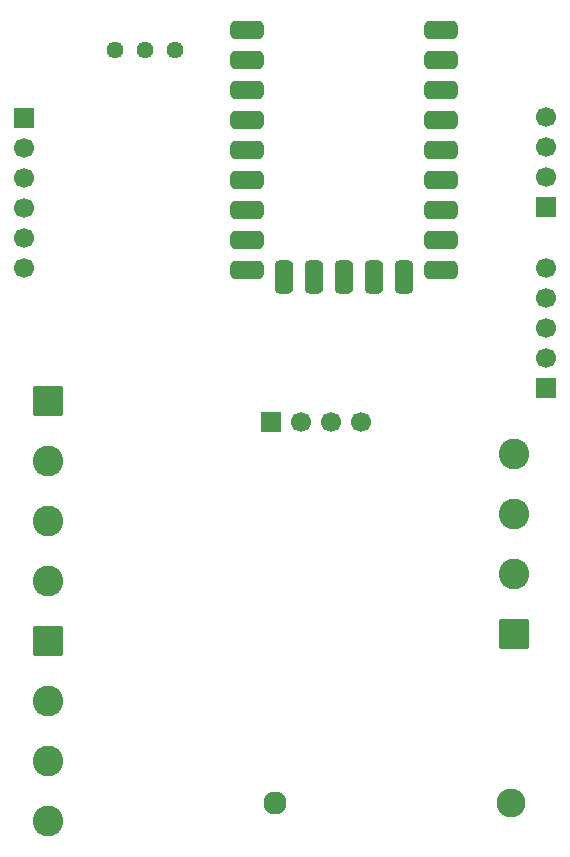
<source format=gbs>
%TF.GenerationSoftware,KiCad,Pcbnew,9.0.2-rc1*%
%TF.CreationDate,2025-05-18T20:42:10-04:00*%
%TF.ProjectId,moonclock,6d6f6f6e-636c-46f6-936b-2e6b69636164,rev?*%
%TF.SameCoordinates,PX7088980PY3920060*%
%TF.FileFunction,Soldermask,Bot*%
%TF.FilePolarity,Negative*%
%FSLAX46Y46*%
G04 Gerber Fmt 4.6, Leading zero omitted, Abs format (unit mm)*
G04 Created by KiCad (PCBNEW 9.0.2-rc1) date 2025-05-18 20:42:10*
%MOMM*%
%LPD*%
G01*
G04 APERTURE LIST*
G04 Aperture macros list*
%AMRoundRect*
0 Rectangle with rounded corners*
0 $1 Rounding radius*
0 $2 $3 $4 $5 $6 $7 $8 $9 X,Y pos of 4 corners*
0 Add a 4 corners polygon primitive as box body*
4,1,4,$2,$3,$4,$5,$6,$7,$8,$9,$2,$3,0*
0 Add four circle primitives for the rounded corners*
1,1,$1+$1,$2,$3*
1,1,$1+$1,$4,$5*
1,1,$1+$1,$6,$7*
1,1,$1+$1,$8,$9*
0 Add four rect primitives between the rounded corners*
20,1,$1+$1,$2,$3,$4,$5,0*
20,1,$1+$1,$4,$5,$6,$7,0*
20,1,$1+$1,$6,$7,$8,$9,0*
20,1,$1+$1,$8,$9,$2,$3,0*%
G04 Aperture macros list end*
%ADD10RoundRect,0.250000X-1.050000X1.050000X-1.050000X-1.050000X1.050000X-1.050000X1.050000X1.050000X0*%
%ADD11C,2.600000*%
%ADD12RoundRect,0.250000X1.050000X-1.050000X1.050000X1.050000X-1.050000X1.050000X-1.050000X-1.050000X0*%
%ADD13C,2.454000*%
%ADD14C,1.959000*%
%ADD15R,1.700000X1.700000*%
%ADD16C,1.700000*%
%ADD17C,1.440000*%
%ADD18RoundRect,0.400000X-1.000000X-0.400000X1.000000X-0.400000X1.000000X0.400000X-1.000000X0.400000X0*%
%ADD19RoundRect,0.400050X-0.999950X-0.400050X0.999950X-0.400050X0.999950X0.400050X-0.999950X0.400050X0*%
%ADD20RoundRect,0.400000X-0.400000X-1.000000X0.400000X-1.000000X0.400000X1.000000X-0.400000X1.000000X0*%
%ADD21RoundRect,0.393700X-0.393700X-1.006300X0.393700X-1.006300X0.393700X1.006300X-0.393700X1.006300X0*%
G04 APERTURE END LIST*
D10*
%TO.C,J4*%
X5077500Y-33480000D03*
D11*
X5077500Y-38560000D03*
X5077500Y-43640000D03*
X5077500Y-48720000D03*
%TD*%
D12*
%TO.C,J5*%
X44500000Y-53180000D03*
D11*
X44500000Y-48100000D03*
X44500000Y-43020000D03*
X44500000Y-37940000D03*
%TD*%
D13*
%TO.C,BT1*%
X44250000Y-67475000D03*
D14*
X24250000Y-67475000D03*
%TD*%
D15*
%TO.C,J6*%
X23940000Y-35250000D03*
D16*
X26480000Y-35250000D03*
X29020000Y-35250000D03*
X31560000Y-35250000D03*
%TD*%
D17*
%TO.C,R1*%
X10710000Y-3755000D03*
X13250000Y-3755000D03*
X15790000Y-3755000D03*
%TD*%
D15*
%TO.C,J7*%
X47250000Y-32330000D03*
D16*
X47250000Y-29790000D03*
X47250000Y-27250000D03*
X47250000Y-24710000D03*
X47250000Y-22170000D03*
%TD*%
D15*
%TO.C,J1*%
X3000000Y-9520000D03*
D16*
X3000000Y-12060000D03*
X3000000Y-14600000D03*
X3000000Y-17140000D03*
X3000000Y-19680000D03*
X3000000Y-22220000D03*
%TD*%
D10*
%TO.C,J3*%
X5077500Y-53800000D03*
D11*
X5077500Y-58880000D03*
X5077500Y-63960000D03*
X5077500Y-69040000D03*
%TD*%
D15*
%TO.C,J2*%
X47250000Y-17060000D03*
D16*
X47250000Y-14520000D03*
X47250000Y-11980000D03*
X47250000Y-9440000D03*
%TD*%
D18*
%TO.C,U1*%
X38365000Y-2015000D03*
X38365000Y-4555000D03*
X38365000Y-7095000D03*
X38365000Y-9635000D03*
X38365000Y-12175000D03*
D19*
X38365000Y-14715000D03*
X38365000Y-17255000D03*
X38365000Y-19795000D03*
X38365000Y-22335000D03*
D20*
X35225000Y-22935000D03*
D21*
X32685000Y-22935000D03*
X30145000Y-22935000D03*
X27605000Y-22935000D03*
X25065000Y-22935000D03*
D19*
X21925000Y-22335000D03*
X21925000Y-19795000D03*
X21925000Y-17255000D03*
X21925000Y-14715000D03*
X21925000Y-12175000D03*
X21925000Y-9635000D03*
X21925000Y-7095000D03*
X21925000Y-4555000D03*
X21925000Y-2015000D03*
%TD*%
M02*

</source>
